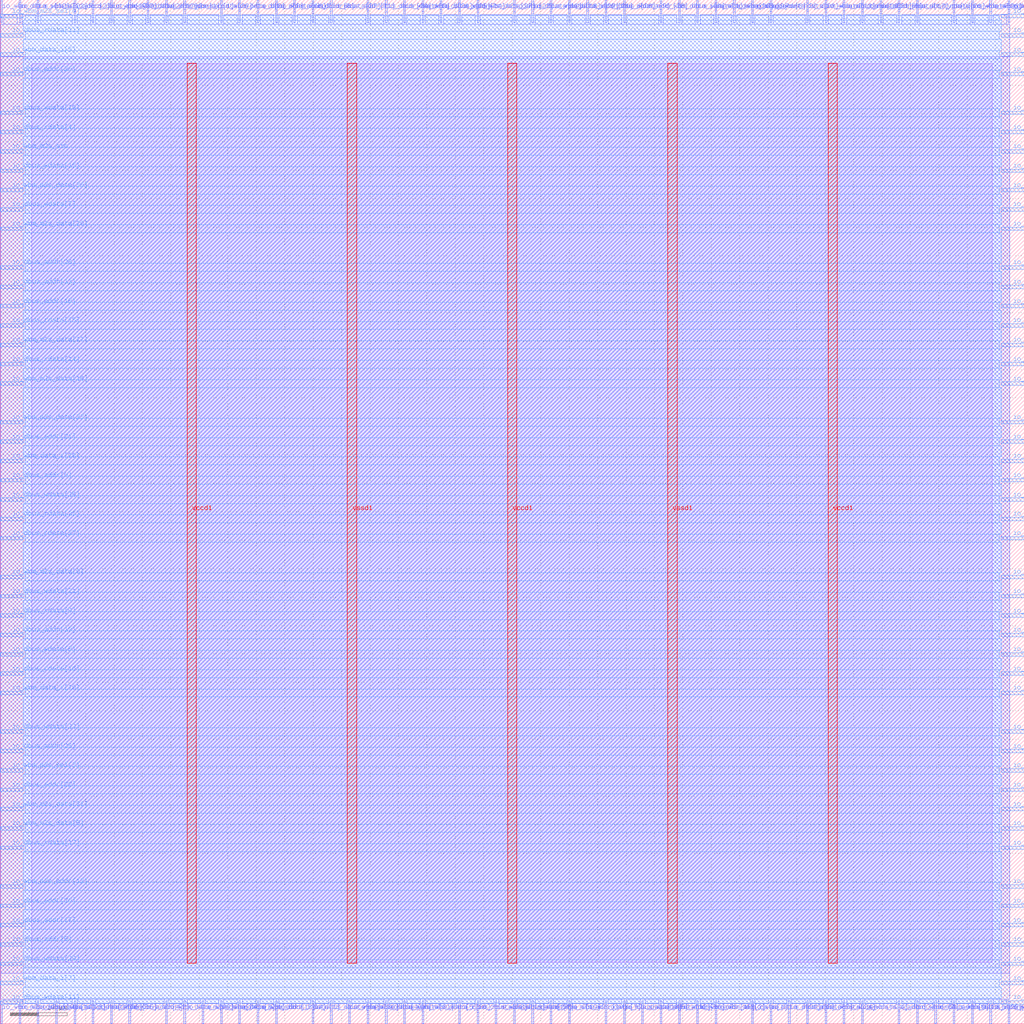
<source format=lef>
VERSION 5.7 ;
  NOWIREEXTENSIONATPIN ON ;
  DIVIDERCHAR "/" ;
  BUSBITCHARS "[]" ;
MACRO WBM_DBus
  CLASS BLOCK ;
  FOREIGN WBM_DBus ;
  ORIGIN 0.000 0.000 ;
  SIZE 180.000 BY 180.000 ;
  PIN io_dbus_addr[0]
    DIRECTION INPUT ;
    USE SIGNAL ;
    PORT
      LAYER met3 ;
        RECT 0.000 95.240 4.000 95.840 ;
    END
  END io_dbus_addr[0]
  PIN io_dbus_addr[10]
    DIRECTION INPUT ;
    USE SIGNAL ;
    PORT
      LAYER met2 ;
        RECT 116.010 0.000 116.290 4.000 ;
    END
  END io_dbus_addr[10]
  PIN io_dbus_addr[11]
    DIRECTION INPUT ;
    USE SIGNAL ;
    PORT
      LAYER met2 ;
        RECT 58.050 176.000 58.330 180.000 ;
    END
  END io_dbus_addr[11]
  PIN io_dbus_addr[12]
    DIRECTION INPUT ;
    USE SIGNAL ;
    PORT
      LAYER met3 ;
        RECT 176.000 23.840 180.000 24.440 ;
    END
  END io_dbus_addr[12]
  PIN io_dbus_addr[13]
    DIRECTION INPUT ;
    USE SIGNAL ;
    PORT
      LAYER met3 ;
        RECT 0.000 129.240 4.000 129.840 ;
    END
  END io_dbus_addr[13]
  PIN io_dbus_addr[14]
    DIRECTION INPUT ;
    USE SIGNAL ;
    PORT
      LAYER met2 ;
        RECT 77.370 176.000 77.650 180.000 ;
    END
  END io_dbus_addr[14]
  PIN io_dbus_addr[15]
    DIRECTION INPUT ;
    USE SIGNAL ;
    PORT
      LAYER met2 ;
        RECT 16.190 0.000 16.470 4.000 ;
    END
  END io_dbus_addr[15]
  PIN io_dbus_addr[16]
    DIRECTION INPUT ;
    USE SIGNAL ;
    PORT
      LAYER met3 ;
        RECT 176.000 51.040 180.000 51.640 ;
    END
  END io_dbus_addr[16]
  PIN io_dbus_addr[17]
    DIRECTION INPUT ;
    USE SIGNAL ;
    PORT
      LAYER met3 ;
        RECT 0.000 17.040 4.000 17.640 ;
    END
  END io_dbus_addr[17]
  PIN io_dbus_addr[18]
    DIRECTION INPUT ;
    USE SIGNAL ;
    PORT
      LAYER met3 ;
        RECT 0.000 125.840 4.000 126.440 ;
    END
  END io_dbus_addr[18]
  PIN io_dbus_addr[19]
    DIRECTION INPUT ;
    USE SIGNAL ;
    PORT
      LAYER met3 ;
        RECT 0.000 68.040 4.000 68.640 ;
    END
  END io_dbus_addr[19]
  PIN io_dbus_addr[1]
    DIRECTION INPUT ;
    USE SIGNAL ;
    PORT
      LAYER met3 ;
        RECT 176.000 132.640 180.000 133.240 ;
    END
  END io_dbus_addr[1]
  PIN io_dbus_addr[20]
    DIRECTION INPUT ;
    USE SIGNAL ;
    PORT
      LAYER met3 ;
        RECT 0.000 166.640 4.000 167.240 ;
    END
  END io_dbus_addr[20]
  PIN io_dbus_addr[21]
    DIRECTION INPUT ;
    USE SIGNAL ;
    PORT
      LAYER met3 ;
        RECT 0.000 102.040 4.000 102.640 ;
    END
  END io_dbus_addr[21]
  PIN io_dbus_addr[22]
    DIRECTION INPUT ;
    USE SIGNAL ;
    PORT
      LAYER met3 ;
        RECT 0.000 40.840 4.000 41.440 ;
    END
  END io_dbus_addr[22]
  PIN io_dbus_addr[23]
    DIRECTION INPUT ;
    USE SIGNAL ;
    PORT
      LAYER met3 ;
        RECT 176.000 17.040 180.000 17.640 ;
    END
  END io_dbus_addr[23]
  PIN io_dbus_addr[24]
    DIRECTION INPUT ;
    USE SIGNAL ;
    PORT
      LAYER met2 ;
        RECT 64.490 176.000 64.770 180.000 ;
    END
  END io_dbus_addr[24]
  PIN io_dbus_addr[25]
    DIRECTION INPUT ;
    USE SIGNAL ;
    PORT
      LAYER met3 ;
        RECT 0.000 47.640 4.000 48.240 ;
    END
  END io_dbus_addr[25]
  PIN io_dbus_addr[26]
    DIRECTION INPUT ;
    USE SIGNAL ;
    PORT
      LAYER met3 ;
        RECT 0.000 132.640 4.000 133.240 ;
    END
  END io_dbus_addr[26]
  PIN io_dbus_addr[27]
    DIRECTION INPUT ;
    USE SIGNAL ;
    PORT
      LAYER met2 ;
        RECT 16.190 176.000 16.470 180.000 ;
    END
  END io_dbus_addr[27]
  PIN io_dbus_addr[28]
    DIRECTION INPUT ;
    USE SIGNAL ;
    PORT
      LAYER met2 ;
        RECT 109.570 176.000 109.850 180.000 ;
    END
  END io_dbus_addr[28]
  PIN io_dbus_addr[29]
    DIRECTION INPUT ;
    USE SIGNAL ;
    PORT
      LAYER met2 ;
        RECT 170.750 0.000 171.030 4.000 ;
    END
  END io_dbus_addr[29]
  PIN io_dbus_addr[2]
    DIRECTION INPUT ;
    USE SIGNAL ;
    PORT
      LAYER met2 ;
        RECT 22.630 0.000 22.910 4.000 ;
    END
  END io_dbus_addr[2]
  PIN io_dbus_addr[30]
    DIRECTION INPUT ;
    USE SIGNAL ;
    PORT
      LAYER met3 ;
        RECT 0.000 20.440 4.000 21.040 ;
    END
  END io_dbus_addr[30]
  PIN io_dbus_addr[31]
    DIRECTION INPUT ;
    USE SIGNAL ;
    PORT
      LAYER met2 ;
        RECT 99.910 176.000 100.190 180.000 ;
    END
  END io_dbus_addr[31]
  PIN io_dbus_addr[3]
    DIRECTION INPUT ;
    USE SIGNAL ;
    PORT
      LAYER met3 ;
        RECT 176.000 129.240 180.000 129.840 ;
    END
  END io_dbus_addr[3]
  PIN io_dbus_addr[4]
    DIRECTION INPUT ;
    USE SIGNAL ;
    PORT
      LAYER met2 ;
        RECT 157.870 0.000 158.150 4.000 ;
    END
  END io_dbus_addr[4]
  PIN io_dbus_addr[5]
    DIRECTION INPUT ;
    USE SIGNAL ;
    PORT
      LAYER met3 ;
        RECT 0.000 13.640 4.000 14.240 ;
    END
  END io_dbus_addr[5]
  PIN io_dbus_addr[6]
    DIRECTION INPUT ;
    USE SIGNAL ;
    PORT
      LAYER met3 ;
        RECT 176.000 156.440 180.000 157.040 ;
    END
  END io_dbus_addr[6]
  PIN io_dbus_addr[7]
    DIRECTION INPUT ;
    USE SIGNAL ;
    PORT
      LAYER met2 ;
        RECT 90.250 0.000 90.530 4.000 ;
    END
  END io_dbus_addr[7]
  PIN io_dbus_addr[8]
    DIRECTION INPUT ;
    USE SIGNAL ;
    PORT
      LAYER met2 ;
        RECT 51.610 176.000 51.890 180.000 ;
    END
  END io_dbus_addr[8]
  PIN io_dbus_addr[9]
    DIRECTION INPUT ;
    USE SIGNAL ;
    PORT
      LAYER met2 ;
        RECT 151.430 176.000 151.710 180.000 ;
    END
  END io_dbus_addr[9]
  PIN io_dbus_ld_type[0]
    DIRECTION INPUT ;
    USE SIGNAL ;
    PORT
      LAYER met3 ;
        RECT 176.000 119.040 180.000 119.640 ;
    END
  END io_dbus_ld_type[0]
  PIN io_dbus_ld_type[1]
    DIRECTION INPUT ;
    USE SIGNAL ;
    PORT
      LAYER met3 ;
        RECT 176.000 173.440 180.000 174.040 ;
    END
  END io_dbus_ld_type[1]
  PIN io_dbus_ld_type[2]
    DIRECTION INPUT ;
    USE SIGNAL ;
    PORT
      LAYER met2 ;
        RECT 12.970 176.000 13.250 180.000 ;
    END
  END io_dbus_ld_type[2]
  PIN io_dbus_rd_en
    DIRECTION INPUT ;
    USE SIGNAL ;
    PORT
      LAYER met3 ;
        RECT 176.000 91.840 180.000 92.440 ;
    END
  END io_dbus_rd_en
  PIN io_dbus_rdata[0]
    DIRECTION OUTPUT TRISTATE ;
    USE SIGNAL ;
    PORT
      LAYER met3 ;
        RECT 176.000 159.840 180.000 160.440 ;
    END
  END io_dbus_rdata[0]
  PIN io_dbus_rdata[10]
    DIRECTION OUTPUT TRISTATE ;
    USE SIGNAL ;
    PORT
      LAYER met3 ;
        RECT 176.000 57.840 180.000 58.440 ;
    END
  END io_dbus_rdata[10]
  PIN io_dbus_rdata[11]
    DIRECTION OUTPUT TRISTATE ;
    USE SIGNAL ;
    PORT
      LAYER met3 ;
        RECT 0.000 173.440 4.000 174.040 ;
    END
  END io_dbus_rdata[11]
  PIN io_dbus_rdata[12]
    DIRECTION OUTPUT TRISTATE ;
    USE SIGNAL ;
    PORT
      LAYER met2 ;
        RECT 112.790 0.000 113.070 4.000 ;
    END
  END io_dbus_rdata[12]
  PIN io_dbus_rdata[13]
    DIRECTION OUTPUT TRISTATE ;
    USE SIGNAL ;
    PORT
      LAYER met2 ;
        RECT 90.250 176.000 90.530 180.000 ;
    END
  END io_dbus_rdata[13]
  PIN io_dbus_rdata[14]
    DIRECTION OUTPUT TRISTATE ;
    USE SIGNAL ;
    PORT
      LAYER met3 ;
        RECT 0.000 115.640 4.000 116.240 ;
    END
  END io_dbus_rdata[14]
  PIN io_dbus_rdata[15]
    DIRECTION OUTPUT TRISTATE ;
    USE SIGNAL ;
    PORT
      LAYER met3 ;
        RECT 0.000 122.440 4.000 123.040 ;
    END
  END io_dbus_rdata[15]
  PIN io_dbus_rdata[16]
    DIRECTION OUTPUT TRISTATE ;
    USE SIGNAL ;
    PORT
      LAYER met3 ;
        RECT 0.000 61.240 4.000 61.840 ;
    END
  END io_dbus_rdata[16]
  PIN io_dbus_rdata[17]
    DIRECTION OUTPUT TRISTATE ;
    USE SIGNAL ;
    PORT
      LAYER met3 ;
        RECT 0.000 30.640 4.000 31.240 ;
    END
  END io_dbus_rdata[17]
  PIN io_dbus_rdata[18]
    DIRECTION OUTPUT TRISTATE ;
    USE SIGNAL ;
    PORT
      LAYER met2 ;
        RECT 93.470 176.000 93.750 180.000 ;
    END
  END io_dbus_rdata[18]
  PIN io_dbus_rdata[19]
    DIRECTION OUTPUT TRISTATE ;
    USE SIGNAL ;
    PORT
      LAYER met3 ;
        RECT 176.000 170.040 180.000 170.640 ;
    END
  END io_dbus_rdata[19]
  PIN io_dbus_rdata[1]
    DIRECTION OUTPUT TRISTATE ;
    USE SIGNAL ;
    PORT
      LAYER met2 ;
        RECT 48.390 0.000 48.670 4.000 ;
    END
  END io_dbus_rdata[1]
  PIN io_dbus_rdata[20]
    DIRECTION OUTPUT TRISTATE ;
    USE SIGNAL ;
    PORT
      LAYER met2 ;
        RECT 161.090 176.000 161.370 180.000 ;
    END
  END io_dbus_rdata[20]
  PIN io_dbus_rdata[21]
    DIRECTION OUTPUT TRISTATE ;
    USE SIGNAL ;
    PORT
      LAYER met2 ;
        RECT 148.210 176.000 148.490 180.000 ;
    END
  END io_dbus_rdata[21]
  PIN io_dbus_rdata[22]
    DIRECTION OUTPUT TRISTATE ;
    USE SIGNAL ;
    PORT
      LAYER met2 ;
        RECT 135.330 176.000 135.610 180.000 ;
    END
  END io_dbus_rdata[22]
  PIN io_dbus_rdata[23]
    DIRECTION OUTPUT TRISTATE ;
    USE SIGNAL ;
    PORT
      LAYER met2 ;
        RECT 80.590 0.000 80.870 4.000 ;
    END
  END io_dbus_rdata[23]
  PIN io_dbus_rdata[24]
    DIRECTION OUTPUT TRISTATE ;
    USE SIGNAL ;
    PORT
      LAYER met3 ;
        RECT 176.000 74.840 180.000 75.440 ;
    END
  END io_dbus_rdata[24]
  PIN io_dbus_rdata[25]
    DIRECTION OUTPUT TRISTATE ;
    USE SIGNAL ;
    PORT
      LAYER met3 ;
        RECT 0.000 88.440 4.000 89.040 ;
    END
  END io_dbus_rdata[25]
  PIN io_dbus_rdata[26]
    DIRECTION OUTPUT TRISTATE ;
    USE SIGNAL ;
    PORT
      LAYER met2 ;
        RECT 12.970 0.000 13.250 4.000 ;
    END
  END io_dbus_rdata[26]
  PIN io_dbus_rdata[27]
    DIRECTION OUTPUT TRISTATE ;
    USE SIGNAL ;
    PORT
      LAYER met3 ;
        RECT 0.000 85.040 4.000 85.640 ;
    END
  END io_dbus_rdata[27]
  PIN io_dbus_rdata[28]
    DIRECTION OUTPUT TRISTATE ;
    USE SIGNAL ;
    PORT
      LAYER met2 ;
        RECT 164.310 0.000 164.590 4.000 ;
    END
  END io_dbus_rdata[28]
  PIN io_dbus_rdata[29]
    DIRECTION OUTPUT TRISTATE ;
    USE SIGNAL ;
    PORT
      LAYER met2 ;
        RECT 32.290 176.000 32.570 180.000 ;
    END
  END io_dbus_rdata[29]
  PIN io_dbus_rdata[2]
    DIRECTION OUTPUT TRISTATE ;
    USE SIGNAL ;
    PORT
      LAYER met2 ;
        RECT 67.710 176.000 67.990 180.000 ;
    END
  END io_dbus_rdata[2]
  PIN io_dbus_rdata[30]
    DIRECTION OUTPUT TRISTATE ;
    USE SIGNAL ;
    PORT
      LAYER met2 ;
        RECT 58.050 0.000 58.330 4.000 ;
    END
  END io_dbus_rdata[30]
  PIN io_dbus_rdata[31]
    DIRECTION OUTPUT TRISTATE ;
    USE SIGNAL ;
    PORT
      LAYER met3 ;
        RECT 176.000 139.440 180.000 140.040 ;
    END
  END io_dbus_rdata[31]
  PIN io_dbus_rdata[3]
    DIRECTION OUTPUT TRISTATE ;
    USE SIGNAL ;
    PORT
      LAYER met2 ;
        RECT 135.330 0.000 135.610 4.000 ;
    END
  END io_dbus_rdata[3]
  PIN io_dbus_rdata[4]
    DIRECTION OUTPUT TRISTATE ;
    USE SIGNAL ;
    PORT
      LAYER met3 ;
        RECT 0.000 156.440 4.000 157.040 ;
    END
  END io_dbus_rdata[4]
  PIN io_dbus_rdata[5]
    DIRECTION OUTPUT TRISTATE ;
    USE SIGNAL ;
    PORT
      LAYER met3 ;
        RECT 176.000 44.240 180.000 44.840 ;
    END
  END io_dbus_rdata[5]
  PIN io_dbus_rdata[6]
    DIRECTION OUTPUT TRISTATE ;
    USE SIGNAL ;
    PORT
      LAYER met3 ;
        RECT 176.000 88.440 180.000 89.040 ;
    END
  END io_dbus_rdata[6]
  PIN io_dbus_rdata[7]
    DIRECTION OUTPUT TRISTATE ;
    USE SIGNAL ;
    PORT
      LAYER met2 ;
        RECT 138.550 0.000 138.830 4.000 ;
    END
  END io_dbus_rdata[7]
  PIN io_dbus_rdata[8]
    DIRECTION OUTPUT TRISTATE ;
    USE SIGNAL ;
    PORT
      LAYER met3 ;
        RECT 176.000 20.440 180.000 21.040 ;
    END
  END io_dbus_rdata[8]
  PIN io_dbus_rdata[9]
    DIRECTION OUTPUT TRISTATE ;
    USE SIGNAL ;
    PORT
      LAYER met3 ;
        RECT 0.000 71.440 4.000 72.040 ;
    END
  END io_dbus_rdata[9]
  PIN io_dbus_st_type[0]
    DIRECTION INPUT ;
    USE SIGNAL ;
    PORT
      LAYER met2 ;
        RECT 157.870 176.000 158.150 180.000 ;
    END
  END io_dbus_st_type[0]
  PIN io_dbus_st_type[1]
    DIRECTION INPUT ;
    USE SIGNAL ;
    PORT
      LAYER met2 ;
        RECT 25.850 176.000 26.130 180.000 ;
    END
  END io_dbus_st_type[1]
  PIN io_dbus_valid
    DIRECTION OUTPUT TRISTATE ;
    USE SIGNAL ;
    PORT
      LAYER met2 ;
        RECT 48.390 176.000 48.670 180.000 ;
    END
  END io_dbus_valid
  PIN io_dbus_wdata[0]
    DIRECTION INPUT ;
    USE SIGNAL ;
    PORT
      LAYER met3 ;
        RECT 176.000 40.840 180.000 41.440 ;
    END
  END io_dbus_wdata[0]
  PIN io_dbus_wdata[10]
    DIRECTION INPUT ;
    USE SIGNAL ;
    PORT
      LAYER met2 ;
        RECT 83.810 0.000 84.090 4.000 ;
    END
  END io_dbus_wdata[10]
  PIN io_dbus_wdata[11]
    DIRECTION INPUT ;
    USE SIGNAL ;
    PORT
      LAYER met3 ;
        RECT 0.000 3.440 4.000 4.040 ;
    END
  END io_dbus_wdata[11]
  PIN io_dbus_wdata[12]
    DIRECTION INPUT ;
    USE SIGNAL ;
    PORT
      LAYER met2 ;
        RECT 141.770 176.000 142.050 180.000 ;
    END
  END io_dbus_wdata[12]
  PIN io_dbus_wdata[13]
    DIRECTION INPUT ;
    USE SIGNAL ;
    PORT
      LAYER met3 ;
        RECT 176.000 146.240 180.000 146.840 ;
    END
  END io_dbus_wdata[13]
  PIN io_dbus_wdata[14]
    DIRECTION INPUT ;
    USE SIGNAL ;
    PORT
      LAYER met2 ;
        RECT 54.830 0.000 55.110 4.000 ;
    END
  END io_dbus_wdata[14]
  PIN io_dbus_wdata[15]
    DIRECTION INPUT ;
    USE SIGNAL ;
    PORT
      LAYER met3 ;
        RECT 0.000 149.640 4.000 150.240 ;
    END
  END io_dbus_wdata[15]
  PIN io_dbus_wdata[16]
    DIRECTION INPUT ;
    USE SIGNAL ;
    PORT
      LAYER met2 ;
        RECT 45.170 176.000 45.450 180.000 ;
    END
  END io_dbus_wdata[16]
  PIN io_dbus_wdata[17]
    DIRECTION INPUT ;
    USE SIGNAL ;
    PORT
      LAYER met2 ;
        RECT 154.650 176.000 154.930 180.000 ;
    END
  END io_dbus_wdata[17]
  PIN io_dbus_wdata[18]
    DIRECTION INPUT ;
    USE SIGNAL ;
    PORT
      LAYER met3 ;
        RECT 176.000 95.240 180.000 95.840 ;
    END
  END io_dbus_wdata[18]
  PIN io_dbus_wdata[19]
    DIRECTION INPUT ;
    USE SIGNAL ;
    PORT
      LAYER met3 ;
        RECT 0.000 159.840 4.000 160.440 ;
    END
  END io_dbus_wdata[19]
  PIN io_dbus_wdata[1]
    DIRECTION INPUT ;
    USE SIGNAL ;
    PORT
      LAYER met2 ;
        RECT 119.230 176.000 119.510 180.000 ;
    END
  END io_dbus_wdata[1]
  PIN io_dbus_wdata[20]
    DIRECTION INPUT ;
    USE SIGNAL ;
    PORT
      LAYER met3 ;
        RECT 176.000 105.440 180.000 106.040 ;
    END
  END io_dbus_wdata[20]
  PIN io_dbus_wdata[21]
    DIRECTION INPUT ;
    USE SIGNAL ;
    PORT
      LAYER met3 ;
        RECT 0.000 74.840 4.000 75.440 ;
    END
  END io_dbus_wdata[21]
  PIN io_dbus_wdata[22]
    DIRECTION INPUT ;
    USE SIGNAL ;
    PORT
      LAYER met2 ;
        RECT 3.310 176.000 3.590 180.000 ;
    END
  END io_dbus_wdata[22]
  PIN io_dbus_wdata[23]
    DIRECTION INPUT ;
    USE SIGNAL ;
    PORT
      LAYER met3 ;
        RECT 0.000 51.040 4.000 51.640 ;
    END
  END io_dbus_wdata[23]
  PIN io_dbus_wdata[24]
    DIRECTION INPUT ;
    USE SIGNAL ;
    PORT
      LAYER met2 ;
        RECT 141.770 0.000 142.050 4.000 ;
    END
  END io_dbus_wdata[24]
  PIN io_dbus_wdata[25]
    DIRECTION INPUT ;
    USE SIGNAL ;
    PORT
      LAYER met3 ;
        RECT 0.000 91.840 4.000 92.440 ;
    END
  END io_dbus_wdata[25]
  PIN io_dbus_wdata[26]
    DIRECTION INPUT ;
    USE SIGNAL ;
    PORT
      LAYER met2 ;
        RECT 167.530 176.000 167.810 180.000 ;
    END
  END io_dbus_wdata[26]
  PIN io_dbus_wdata[27]
    DIRECTION INPUT ;
    USE SIGNAL ;
    PORT
      LAYER met2 ;
        RECT 54.830 176.000 55.110 180.000 ;
    END
  END io_dbus_wdata[27]
  PIN io_dbus_wdata[28]
    DIRECTION INPUT ;
    USE SIGNAL ;
    PORT
      LAYER met2 ;
        RECT 6.530 0.000 6.810 4.000 ;
    END
  END io_dbus_wdata[28]
  PIN io_dbus_wdata[29]
    DIRECTION INPUT ;
    USE SIGNAL ;
    PORT
      LAYER met3 ;
        RECT 0.000 10.240 4.000 10.840 ;
    END
  END io_dbus_wdata[29]
  PIN io_dbus_wdata[2]
    DIRECTION INPUT ;
    USE SIGNAL ;
    PORT
      LAYER met2 ;
        RECT 132.110 176.000 132.390 180.000 ;
    END
  END io_dbus_wdata[2]
  PIN io_dbus_wdata[30]
    DIRECTION INPUT ;
    USE SIGNAL ;
    PORT
      LAYER met3 ;
        RECT 176.000 6.840 180.000 7.440 ;
    END
  END io_dbus_wdata[30]
  PIN io_dbus_wdata[31]
    DIRECTION INPUT ;
    USE SIGNAL ;
    PORT
      LAYER met2 ;
        RECT 67.710 0.000 67.990 4.000 ;
    END
  END io_dbus_wdata[31]
  PIN io_dbus_wdata[3]
    DIRECTION INPUT ;
    USE SIGNAL ;
    PORT
      LAYER met3 ;
        RECT 176.000 3.440 180.000 4.040 ;
    END
  END io_dbus_wdata[3]
  PIN io_dbus_wdata[4]
    DIRECTION INPUT ;
    USE SIGNAL ;
    PORT
      LAYER met2 ;
        RECT 148.210 0.000 148.490 4.000 ;
    END
  END io_dbus_wdata[4]
  PIN io_dbus_wdata[5]
    DIRECTION INPUT ;
    USE SIGNAL ;
    PORT
      LAYER met2 ;
        RECT 109.570 0.000 109.850 4.000 ;
    END
  END io_dbus_wdata[5]
  PIN io_dbus_wdata[6]
    DIRECTION INPUT ;
    USE SIGNAL ;
    PORT
      LAYER met3 ;
        RECT 176.000 98.640 180.000 99.240 ;
    END
  END io_dbus_wdata[6]
  PIN io_dbus_wdata[7]
    DIRECTION INPUT ;
    USE SIGNAL ;
    PORT
      LAYER met3 ;
        RECT 0.000 142.840 4.000 143.440 ;
    END
  END io_dbus_wdata[7]
  PIN io_dbus_wdata[8]
    DIRECTION INPUT ;
    USE SIGNAL ;
    PORT
      LAYER met3 ;
        RECT 0.000 64.640 4.000 65.240 ;
    END
  END io_dbus_wdata[8]
  PIN io_dbus_wdata[9]
    DIRECTION INPUT ;
    USE SIGNAL ;
    PORT
      LAYER met2 ;
        RECT 106.350 176.000 106.630 180.000 ;
    END
  END io_dbus_wdata[9]
  PIN io_dbus_wr_en
    DIRECTION INPUT ;
    USE SIGNAL ;
    PORT
      LAYER met2 ;
        RECT 144.990 0.000 145.270 4.000 ;
    END
  END io_dbus_wr_en
  PIN io_wbm_ack_i
    DIRECTION INPUT ;
    USE SIGNAL ;
    PORT
      LAYER met3 ;
        RECT 176.000 176.840 180.000 177.440 ;
    END
  END io_wbm_ack_i
  PIN io_wbm_data_i[0]
    DIRECTION INPUT ;
    USE SIGNAL ;
    PORT
      LAYER met2 ;
        RECT 64.490 0.000 64.770 4.000 ;
    END
  END io_wbm_data_i[0]
  PIN io_wbm_data_i[10]
    DIRECTION INPUT ;
    USE SIGNAL ;
    PORT
      LAYER met3 ;
        RECT 0.000 57.840 4.000 58.440 ;
    END
  END io_wbm_data_i[10]
  PIN io_wbm_data_i[11]
    DIRECTION INPUT ;
    USE SIGNAL ;
    PORT
      LAYER met3 ;
        RECT 176.000 153.040 180.000 153.640 ;
    END
  END io_wbm_data_i[11]
  PIN io_wbm_data_i[12]
    DIRECTION INPUT ;
    USE SIGNAL ;
    PORT
      LAYER met2 ;
        RECT 0.090 176.000 0.370 180.000 ;
    END
  END io_wbm_data_i[12]
  PIN io_wbm_data_i[13]
    DIRECTION INPUT ;
    USE SIGNAL ;
    PORT
      LAYER met3 ;
        RECT 176.000 68.040 180.000 68.640 ;
    END
  END io_wbm_data_i[13]
  PIN io_wbm_data_i[14]
    DIRECTION INPUT ;
    USE SIGNAL ;
    PORT
      LAYER met2 ;
        RECT 45.170 0.000 45.450 4.000 ;
    END
  END io_wbm_data_i[14]
  PIN io_wbm_data_i[15]
    DIRECTION INPUT ;
    USE SIGNAL ;
    PORT
      LAYER met3 ;
        RECT 176.000 102.040 180.000 102.640 ;
    END
  END io_wbm_data_i[15]
  PIN io_wbm_data_i[16]
    DIRECTION INPUT ;
    USE SIGNAL ;
    PORT
      LAYER met2 ;
        RECT 177.190 0.000 177.470 4.000 ;
    END
  END io_wbm_data_i[16]
  PIN io_wbm_data_i[17]
    DIRECTION INPUT ;
    USE SIGNAL ;
    PORT
      LAYER met2 ;
        RECT 22.630 176.000 22.910 180.000 ;
    END
  END io_wbm_data_i[17]
  PIN io_wbm_data_i[18]
    DIRECTION INPUT ;
    USE SIGNAL ;
    PORT
      LAYER met3 ;
        RECT 176.000 112.240 180.000 112.840 ;
    END
  END io_wbm_data_i[18]
  PIN io_wbm_data_i[19]
    DIRECTION INPUT ;
    USE SIGNAL ;
    PORT
      LAYER met2 ;
        RECT 93.470 0.000 93.750 4.000 ;
    END
  END io_wbm_data_i[19]
  PIN io_wbm_data_i[1]
    DIRECTION INPUT ;
    USE SIGNAL ;
    PORT
      LAYER met2 ;
        RECT 38.730 0.000 39.010 4.000 ;
    END
  END io_wbm_data_i[1]
  PIN io_wbm_data_i[20]
    DIRECTION INPUT ;
    USE SIGNAL ;
    PORT
      LAYER met2 ;
        RECT 70.930 176.000 71.210 180.000 ;
    END
  END io_wbm_data_i[20]
  PIN io_wbm_data_i[21]
    DIRECTION INPUT ;
    USE SIGNAL ;
    PORT
      LAYER met2 ;
        RECT 132.110 0.000 132.390 4.000 ;
    END
  END io_wbm_data_i[21]
  PIN io_wbm_data_i[22]
    DIRECTION INPUT ;
    USE SIGNAL ;
    PORT
      LAYER met2 ;
        RECT 167.530 0.000 167.810 4.000 ;
    END
  END io_wbm_data_i[22]
  PIN io_wbm_data_i[23]
    DIRECTION INPUT ;
    USE SIGNAL ;
    PORT
      LAYER met2 ;
        RECT 173.970 176.000 174.250 180.000 ;
    END
  END io_wbm_data_i[23]
  PIN io_wbm_data_i[24]
    DIRECTION INPUT ;
    USE SIGNAL ;
    PORT
      LAYER met3 ;
        RECT 176.000 71.440 180.000 72.040 ;
    END
  END io_wbm_data_i[24]
  PIN io_wbm_data_i[25]
    DIRECTION INPUT ;
    USE SIGNAL ;
    PORT
      LAYER met2 ;
        RECT 74.150 176.000 74.430 180.000 ;
    END
  END io_wbm_data_i[25]
  PIN io_wbm_data_i[26]
    DIRECTION INPUT ;
    USE SIGNAL ;
    PORT
      LAYER met2 ;
        RECT 103.130 176.000 103.410 180.000 ;
    END
  END io_wbm_data_i[26]
  PIN io_wbm_data_i[27]
    DIRECTION INPUT ;
    USE SIGNAL ;
    PORT
      LAYER met2 ;
        RECT 96.690 176.000 96.970 180.000 ;
    END
  END io_wbm_data_i[27]
  PIN io_wbm_data_i[28]
    DIRECTION INPUT ;
    USE SIGNAL ;
    PORT
      LAYER met3 ;
        RECT 0.000 98.640 4.000 99.240 ;
    END
  END io_wbm_data_i[28]
  PIN io_wbm_data_i[29]
    DIRECTION INPUT ;
    USE SIGNAL ;
    PORT
      LAYER met2 ;
        RECT 29.070 0.000 29.350 4.000 ;
    END
  END io_wbm_data_i[29]
  PIN io_wbm_data_i[2]
    DIRECTION INPUT ;
    USE SIGNAL ;
    PORT
      LAYER met3 ;
        RECT 176.000 30.640 180.000 31.240 ;
    END
  END io_wbm_data_i[2]
  PIN io_wbm_data_i[30]
    DIRECTION INPUT ;
    USE SIGNAL ;
    PORT
      LAYER met2 ;
        RECT 74.150 0.000 74.430 4.000 ;
    END
  END io_wbm_data_i[30]
  PIN io_wbm_data_i[31]
    DIRECTION INPUT ;
    USE SIGNAL ;
    PORT
      LAYER met3 ;
        RECT 176.000 149.640 180.000 150.240 ;
    END
  END io_wbm_data_i[31]
  PIN io_wbm_data_i[3]
    DIRECTION INPUT ;
    USE SIGNAL ;
    PORT
      LAYER met2 ;
        RECT 38.730 176.000 39.010 180.000 ;
    END
  END io_wbm_data_i[3]
  PIN io_wbm_data_i[4]
    DIRECTION INPUT ;
    USE SIGNAL ;
    PORT
      LAYER met2 ;
        RECT 116.010 176.000 116.290 180.000 ;
    END
  END io_wbm_data_i[4]
  PIN io_wbm_data_i[5]
    DIRECTION INPUT ;
    USE SIGNAL ;
    PORT
      LAYER met3 ;
        RECT 0.000 170.040 4.000 170.640 ;
    END
  END io_wbm_data_i[5]
  PIN io_wbm_data_i[6]
    DIRECTION INPUT ;
    USE SIGNAL ;
    PORT
      LAYER met3 ;
        RECT 176.000 47.640 180.000 48.240 ;
    END
  END io_wbm_data_i[6]
  PIN io_wbm_data_i[7]
    DIRECTION INPUT ;
    USE SIGNAL ;
    PORT
      LAYER met3 ;
        RECT 0.000 6.840 4.000 7.440 ;
    END
  END io_wbm_data_i[7]
  PIN io_wbm_data_i[8]
    DIRECTION INPUT ;
    USE SIGNAL ;
    PORT
      LAYER met2 ;
        RECT 41.950 176.000 42.230 180.000 ;
    END
  END io_wbm_data_i[8]
  PIN io_wbm_data_i[9]
    DIRECTION INPUT ;
    USE SIGNAL ;
    PORT
      LAYER met3 ;
        RECT 176.000 78.240 180.000 78.840 ;
    END
  END io_wbm_data_i[9]
  PIN io_wbm_m2s_addr[0]
    DIRECTION OUTPUT TRISTATE ;
    USE SIGNAL ;
    PORT
      LAYER met3 ;
        RECT 176.000 10.240 180.000 10.840 ;
    END
  END io_wbm_m2s_addr[0]
  PIN io_wbm_m2s_addr[10]
    DIRECTION OUTPUT TRISTATE ;
    USE SIGNAL ;
    PORT
      LAYER met2 ;
        RECT 96.690 0.000 96.970 4.000 ;
    END
  END io_wbm_m2s_addr[10]
  PIN io_wbm_m2s_addr[11]
    DIRECTION OUTPUT TRISTATE ;
    USE SIGNAL ;
    PORT
      LAYER met3 ;
        RECT 176.000 142.840 180.000 143.440 ;
    END
  END io_wbm_m2s_addr[11]
  PIN io_wbm_m2s_addr[12]
    DIRECTION OUTPUT TRISTATE ;
    USE SIGNAL ;
    PORT
      LAYER met3 ;
        RECT 0.000 23.840 4.000 24.440 ;
    END
  END io_wbm_m2s_addr[12]
  PIN io_wbm_m2s_addr[13]
    DIRECTION OUTPUT TRISTATE ;
    USE SIGNAL ;
    PORT
      LAYER met2 ;
        RECT 41.950 0.000 42.230 4.000 ;
    END
  END io_wbm_m2s_addr[13]
  PIN io_wbm_m2s_addr[14]
    DIRECTION OUTPUT TRISTATE ;
    USE SIGNAL ;
    PORT
      LAYER met3 ;
        RECT 176.000 61.240 180.000 61.840 ;
    END
  END io_wbm_m2s_addr[14]
  PIN io_wbm_m2s_addr[15]
    DIRECTION OUTPUT TRISTATE ;
    USE SIGNAL ;
    PORT
      LAYER met2 ;
        RECT 119.230 0.000 119.510 4.000 ;
    END
  END io_wbm_m2s_addr[15]
  PIN io_wbm_m2s_addr[1]
    DIRECTION OUTPUT TRISTATE ;
    USE SIGNAL ;
    PORT
      LAYER met3 ;
        RECT 176.000 13.640 180.000 14.240 ;
    END
  END io_wbm_m2s_addr[1]
  PIN io_wbm_m2s_addr[2]
    DIRECTION OUTPUT TRISTATE ;
    USE SIGNAL ;
    PORT
      LAYER met2 ;
        RECT 6.530 176.000 6.810 180.000 ;
    END
  END io_wbm_m2s_addr[2]
  PIN io_wbm_m2s_addr[3]
    DIRECTION OUTPUT TRISTATE ;
    USE SIGNAL ;
    PORT
      LAYER met2 ;
        RECT 151.430 0.000 151.710 4.000 ;
    END
  END io_wbm_m2s_addr[3]
  PIN io_wbm_m2s_addr[4]
    DIRECTION OUTPUT TRISTATE ;
    USE SIGNAL ;
    PORT
      LAYER met2 ;
        RECT 19.410 0.000 19.690 4.000 ;
    END
  END io_wbm_m2s_addr[4]
  PIN io_wbm_m2s_addr[5]
    DIRECTION OUTPUT TRISTATE ;
    USE SIGNAL ;
    PORT
      LAYER met2 ;
        RECT 70.930 0.000 71.210 4.000 ;
    END
  END io_wbm_m2s_addr[5]
  PIN io_wbm_m2s_addr[6]
    DIRECTION OUTPUT TRISTATE ;
    USE SIGNAL ;
    PORT
      LAYER met3 ;
        RECT 176.000 37.440 180.000 38.040 ;
    END
  END io_wbm_m2s_addr[6]
  PIN io_wbm_m2s_addr[7]
    DIRECTION OUTPUT TRISTATE ;
    USE SIGNAL ;
    PORT
      LAYER met3 ;
        RECT 176.000 166.640 180.000 167.240 ;
    END
  END io_wbm_m2s_addr[7]
  PIN io_wbm_m2s_addr[8]
    DIRECTION OUTPUT TRISTATE ;
    USE SIGNAL ;
    PORT
      LAYER met3 ;
        RECT 176.000 115.640 180.000 116.240 ;
    END
  END io_wbm_m2s_addr[8]
  PIN io_wbm_m2s_addr[9]
    DIRECTION OUTPUT TRISTATE ;
    USE SIGNAL ;
    PORT
      LAYER met2 ;
        RECT 161.090 0.000 161.370 4.000 ;
    END
  END io_wbm_m2s_addr[9]
  PIN io_wbm_m2s_data[0]
    DIRECTION OUTPUT TRISTATE ;
    USE SIGNAL ;
    PORT
      LAYER met3 ;
        RECT 0.000 78.240 4.000 78.840 ;
    END
  END io_wbm_m2s_data[0]
  PIN io_wbm_m2s_data[10]
    DIRECTION OUTPUT TRISTATE ;
    USE SIGNAL ;
    PORT
      LAYER met3 ;
        RECT 176.000 64.640 180.000 65.240 ;
    END
  END io_wbm_m2s_data[10]
  PIN io_wbm_m2s_data[11]
    DIRECTION OUTPUT TRISTATE ;
    USE SIGNAL ;
    PORT
      LAYER met2 ;
        RECT 3.310 0.000 3.590 4.000 ;
    END
  END io_wbm_m2s_data[11]
  PIN io_wbm_m2s_data[12]
    DIRECTION OUTPUT TRISTATE ;
    USE SIGNAL ;
    PORT
      LAYER met3 ;
        RECT 176.000 125.840 180.000 126.440 ;
    END
  END io_wbm_m2s_data[12]
  PIN io_wbm_m2s_data[13]
    DIRECTION OUTPUT TRISTATE ;
    USE SIGNAL ;
    PORT
      LAYER met2 ;
        RECT 177.190 176.000 177.470 180.000 ;
    END
  END io_wbm_m2s_data[13]
  PIN io_wbm_m2s_data[14]
    DIRECTION OUTPUT TRISTATE ;
    USE SIGNAL ;
    PORT
      LAYER met2 ;
        RECT 173.970 0.000 174.250 4.000 ;
    END
  END io_wbm_m2s_data[14]
  PIN io_wbm_m2s_data[15]
    DIRECTION OUTPUT TRISTATE ;
    USE SIGNAL ;
    PORT
      LAYER met2 ;
        RECT 170.750 176.000 171.030 180.000 ;
    END
  END io_wbm_m2s_data[15]
  PIN io_wbm_m2s_data[16]
    DIRECTION OUTPUT TRISTATE ;
    USE SIGNAL ;
    PORT
      LAYER met3 ;
        RECT 0.000 112.240 4.000 112.840 ;
    END
  END io_wbm_m2s_data[16]
  PIN io_wbm_m2s_data[17]
    DIRECTION OUTPUT TRISTATE ;
    USE SIGNAL ;
    PORT
      LAYER met3 ;
        RECT 0.000 119.040 4.000 119.640 ;
    END
  END io_wbm_m2s_data[17]
  PIN io_wbm_m2s_data[18]
    DIRECTION OUTPUT TRISTATE ;
    USE SIGNAL ;
    PORT
      LAYER met2 ;
        RECT 106.350 0.000 106.630 4.000 ;
    END
  END io_wbm_m2s_data[18]
  PIN io_wbm_m2s_data[19]
    DIRECTION OUTPUT TRISTATE ;
    USE SIGNAL ;
    PORT
      LAYER met2 ;
        RECT 0.090 0.000 0.370 4.000 ;
    END
  END io_wbm_m2s_data[19]
  PIN io_wbm_m2s_data[1]
    DIRECTION OUTPUT TRISTATE ;
    USE SIGNAL ;
    PORT
      LAYER met2 ;
        RECT 125.670 0.000 125.950 4.000 ;
    END
  END io_wbm_m2s_data[1]
  PIN io_wbm_m2s_data[20]
    DIRECTION OUTPUT TRISTATE ;
    USE SIGNAL ;
    PORT
      LAYER met3 ;
        RECT 0.000 139.440 4.000 140.040 ;
    END
  END io_wbm_m2s_data[20]
  PIN io_wbm_m2s_data[21]
    DIRECTION OUTPUT TRISTATE ;
    USE SIGNAL ;
    PORT
      LAYER met2 ;
        RECT 19.410 176.000 19.690 180.000 ;
    END
  END io_wbm_m2s_data[21]
  PIN io_wbm_m2s_data[22]
    DIRECTION OUTPUT TRISTATE ;
    USE SIGNAL ;
    PORT
      LAYER met2 ;
        RECT 83.810 176.000 84.090 180.000 ;
    END
  END io_wbm_m2s_data[22]
  PIN io_wbm_m2s_data[23]
    DIRECTION OUTPUT TRISTATE ;
    USE SIGNAL ;
    PORT
      LAYER met3 ;
        RECT 0.000 105.440 4.000 106.040 ;
    END
  END io_wbm_m2s_data[23]
  PIN io_wbm_m2s_data[24]
    DIRECTION OUTPUT TRISTATE ;
    USE SIGNAL ;
    PORT
      LAYER met2 ;
        RECT 32.290 0.000 32.570 4.000 ;
    END
  END io_wbm_m2s_data[24]
  PIN io_wbm_m2s_data[25]
    DIRECTION OUTPUT TRISTATE ;
    USE SIGNAL ;
    PORT
      LAYER met2 ;
        RECT 9.750 0.000 10.030 4.000 ;
    END
  END io_wbm_m2s_data[25]
  PIN io_wbm_m2s_data[26]
    DIRECTION OUTPUT TRISTATE ;
    USE SIGNAL ;
    PORT
      LAYER met2 ;
        RECT 122.450 176.000 122.730 180.000 ;
    END
  END io_wbm_m2s_data[26]
  PIN io_wbm_m2s_data[27]
    DIRECTION OUTPUT TRISTATE ;
    USE SIGNAL ;
    PORT
      LAYER met2 ;
        RECT 80.590 176.000 80.870 180.000 ;
    END
  END io_wbm_m2s_data[27]
  PIN io_wbm_m2s_data[28]
    DIRECTION OUTPUT TRISTATE ;
    USE SIGNAL ;
    PORT
      LAYER met2 ;
        RECT 87.030 0.000 87.310 4.000 ;
    END
  END io_wbm_m2s_data[28]
  PIN io_wbm_m2s_data[29]
    DIRECTION OUTPUT TRISTATE ;
    USE SIGNAL ;
    PORT
      LAYER met2 ;
        RECT 144.990 176.000 145.270 180.000 ;
    END
  END io_wbm_m2s_data[29]
  PIN io_wbm_m2s_data[2]
    DIRECTION OUTPUT TRISTATE ;
    USE SIGNAL ;
    PORT
      LAYER met3 ;
        RECT 176.000 34.040 180.000 34.640 ;
    END
  END io_wbm_m2s_data[2]
  PIN io_wbm_m2s_data[30]
    DIRECTION OUTPUT TRISTATE ;
    USE SIGNAL ;
    PORT
      LAYER met3 ;
        RECT 0.000 146.240 4.000 146.840 ;
    END
  END io_wbm_m2s_data[30]
  PIN io_wbm_m2s_data[31]
    DIRECTION OUTPUT TRISTATE ;
    USE SIGNAL ;
    PORT
      LAYER met3 ;
        RECT 0.000 37.440 4.000 38.040 ;
    END
  END io_wbm_m2s_data[31]
  PIN io_wbm_m2s_data[3]
    DIRECTION OUTPUT TRISTATE ;
    USE SIGNAL ;
    PORT
      LAYER met2 ;
        RECT 35.510 0.000 35.790 4.000 ;
    END
  END io_wbm_m2s_data[3]
  PIN io_wbm_m2s_data[4]
    DIRECTION OUTPUT TRISTATE ;
    USE SIGNAL ;
    PORT
      LAYER met2 ;
        RECT 61.270 0.000 61.550 4.000 ;
    END
  END io_wbm_m2s_data[4]
  PIN io_wbm_m2s_data[5]
    DIRECTION OUTPUT TRISTATE ;
    USE SIGNAL ;
    PORT
      LAYER met3 ;
        RECT 0.000 34.040 4.000 34.640 ;
    END
  END io_wbm_m2s_data[5]
  PIN io_wbm_m2s_data[6]
    DIRECTION OUTPUT TRISTATE ;
    USE SIGNAL ;
    PORT
      LAYER met3 ;
        RECT 176.000 122.440 180.000 123.040 ;
    END
  END io_wbm_m2s_data[6]
  PIN io_wbm_m2s_data[7]
    DIRECTION OUTPUT TRISTATE ;
    USE SIGNAL ;
    PORT
      LAYER met2 ;
        RECT 99.910 0.000 100.190 4.000 ;
    END
  END io_wbm_m2s_data[7]
  PIN io_wbm_m2s_data[8]
    DIRECTION OUTPUT TRISTATE ;
    USE SIGNAL ;
    PORT
      LAYER met2 ;
        RECT 128.890 176.000 129.170 180.000 ;
    END
  END io_wbm_m2s_data[8]
  PIN io_wbm_m2s_data[9]
    DIRECTION OUTPUT TRISTATE ;
    USE SIGNAL ;
    PORT
      LAYER met2 ;
        RECT 125.670 176.000 125.950 180.000 ;
    END
  END io_wbm_m2s_data[9]
  PIN io_wbm_m2s_sel[0]
    DIRECTION OUTPUT TRISTATE ;
    USE SIGNAL ;
    PORT
      LAYER met3 ;
        RECT 0.000 176.840 4.000 177.440 ;
    END
  END io_wbm_m2s_sel[0]
  PIN io_wbm_m2s_sel[1]
    DIRECTION OUTPUT TRISTATE ;
    USE SIGNAL ;
    PORT
      LAYER met2 ;
        RECT 29.070 176.000 29.350 180.000 ;
    END
  END io_wbm_m2s_sel[1]
  PIN io_wbm_m2s_sel[2]
    DIRECTION OUTPUT TRISTATE ;
    USE SIGNAL ;
    PORT
      LAYER met2 ;
        RECT 122.450 0.000 122.730 4.000 ;
    END
  END io_wbm_m2s_sel[2]
  PIN io_wbm_m2s_sel[3]
    DIRECTION OUTPUT TRISTATE ;
    USE SIGNAL ;
    PORT
      LAYER met3 ;
        RECT 0.000 44.240 4.000 44.840 ;
    END
  END io_wbm_m2s_sel[3]
  PIN io_wbm_m2s_stb
    DIRECTION OUTPUT TRISTATE ;
    USE SIGNAL ;
    PORT
      LAYER met3 ;
        RECT 0.000 153.040 4.000 153.640 ;
    END
  END io_wbm_m2s_stb
  PIN io_wbm_m2s_we
    DIRECTION OUTPUT TRISTATE ;
    USE SIGNAL ;
    PORT
      LAYER met3 ;
        RECT 176.000 85.040 180.000 85.640 ;
    END
  END io_wbm_m2s_we
  PIN vccd1
    DIRECTION INPUT ;
    USE POWER ;
    PORT
      LAYER met4 ;
        RECT 32.880 10.640 34.480 168.880 ;
    END
    PORT
      LAYER met4 ;
        RECT 89.200 10.640 90.800 168.880 ;
    END
    PORT
      LAYER met4 ;
        RECT 145.520 10.640 147.120 168.880 ;
    END
  END vccd1
  PIN vssd1
    DIRECTION INPUT ;
    USE GROUND ;
    PORT
      LAYER met4 ;
        RECT 61.040 10.640 62.640 168.880 ;
    END
    PORT
      LAYER met4 ;
        RECT 117.360 10.640 118.960 168.880 ;
    END
  END vssd1
  OBS
      LAYER li1 ;
        RECT 5.520 10.795 174.340 168.725 ;
      LAYER met1 ;
        RECT 0.070 8.880 177.490 169.960 ;
      LAYER met2 ;
        RECT 0.650 175.720 3.030 177.325 ;
        RECT 3.870 175.720 6.250 177.325 ;
        RECT 7.090 175.720 12.690 177.325 ;
        RECT 13.530 175.720 15.910 177.325 ;
        RECT 16.750 175.720 19.130 177.325 ;
        RECT 19.970 175.720 22.350 177.325 ;
        RECT 23.190 175.720 25.570 177.325 ;
        RECT 26.410 175.720 28.790 177.325 ;
        RECT 29.630 175.720 32.010 177.325 ;
        RECT 32.850 175.720 38.450 177.325 ;
        RECT 39.290 175.720 41.670 177.325 ;
        RECT 42.510 175.720 44.890 177.325 ;
        RECT 45.730 175.720 48.110 177.325 ;
        RECT 48.950 175.720 51.330 177.325 ;
        RECT 52.170 175.720 54.550 177.325 ;
        RECT 55.390 175.720 57.770 177.325 ;
        RECT 58.610 175.720 64.210 177.325 ;
        RECT 65.050 175.720 67.430 177.325 ;
        RECT 68.270 175.720 70.650 177.325 ;
        RECT 71.490 175.720 73.870 177.325 ;
        RECT 74.710 175.720 77.090 177.325 ;
        RECT 77.930 175.720 80.310 177.325 ;
        RECT 81.150 175.720 83.530 177.325 ;
        RECT 84.370 175.720 89.970 177.325 ;
        RECT 90.810 175.720 93.190 177.325 ;
        RECT 94.030 175.720 96.410 177.325 ;
        RECT 97.250 175.720 99.630 177.325 ;
        RECT 100.470 175.720 102.850 177.325 ;
        RECT 103.690 175.720 106.070 177.325 ;
        RECT 106.910 175.720 109.290 177.325 ;
        RECT 110.130 175.720 115.730 177.325 ;
        RECT 116.570 175.720 118.950 177.325 ;
        RECT 119.790 175.720 122.170 177.325 ;
        RECT 123.010 175.720 125.390 177.325 ;
        RECT 126.230 175.720 128.610 177.325 ;
        RECT 129.450 175.720 131.830 177.325 ;
        RECT 132.670 175.720 135.050 177.325 ;
        RECT 135.890 175.720 141.490 177.325 ;
        RECT 142.330 175.720 144.710 177.325 ;
        RECT 145.550 175.720 147.930 177.325 ;
        RECT 148.770 175.720 151.150 177.325 ;
        RECT 151.990 175.720 154.370 177.325 ;
        RECT 155.210 175.720 157.590 177.325 ;
        RECT 158.430 175.720 160.810 177.325 ;
        RECT 161.650 175.720 167.250 177.325 ;
        RECT 168.090 175.720 170.470 177.325 ;
        RECT 171.310 175.720 173.690 177.325 ;
        RECT 174.530 175.720 176.910 177.325 ;
        RECT 0.100 4.280 177.460 175.720 ;
        RECT 0.650 3.555 3.030 4.280 ;
        RECT 3.870 3.555 6.250 4.280 ;
        RECT 7.090 3.555 9.470 4.280 ;
        RECT 10.310 3.555 12.690 4.280 ;
        RECT 13.530 3.555 15.910 4.280 ;
        RECT 16.750 3.555 19.130 4.280 ;
        RECT 19.970 3.555 22.350 4.280 ;
        RECT 23.190 3.555 28.790 4.280 ;
        RECT 29.630 3.555 32.010 4.280 ;
        RECT 32.850 3.555 35.230 4.280 ;
        RECT 36.070 3.555 38.450 4.280 ;
        RECT 39.290 3.555 41.670 4.280 ;
        RECT 42.510 3.555 44.890 4.280 ;
        RECT 45.730 3.555 48.110 4.280 ;
        RECT 48.950 3.555 54.550 4.280 ;
        RECT 55.390 3.555 57.770 4.280 ;
        RECT 58.610 3.555 60.990 4.280 ;
        RECT 61.830 3.555 64.210 4.280 ;
        RECT 65.050 3.555 67.430 4.280 ;
        RECT 68.270 3.555 70.650 4.280 ;
        RECT 71.490 3.555 73.870 4.280 ;
        RECT 74.710 3.555 80.310 4.280 ;
        RECT 81.150 3.555 83.530 4.280 ;
        RECT 84.370 3.555 86.750 4.280 ;
        RECT 87.590 3.555 89.970 4.280 ;
        RECT 90.810 3.555 93.190 4.280 ;
        RECT 94.030 3.555 96.410 4.280 ;
        RECT 97.250 3.555 99.630 4.280 ;
        RECT 100.470 3.555 106.070 4.280 ;
        RECT 106.910 3.555 109.290 4.280 ;
        RECT 110.130 3.555 112.510 4.280 ;
        RECT 113.350 3.555 115.730 4.280 ;
        RECT 116.570 3.555 118.950 4.280 ;
        RECT 119.790 3.555 122.170 4.280 ;
        RECT 123.010 3.555 125.390 4.280 ;
        RECT 126.230 3.555 131.830 4.280 ;
        RECT 132.670 3.555 135.050 4.280 ;
        RECT 135.890 3.555 138.270 4.280 ;
        RECT 139.110 3.555 141.490 4.280 ;
        RECT 142.330 3.555 144.710 4.280 ;
        RECT 145.550 3.555 147.930 4.280 ;
        RECT 148.770 3.555 151.150 4.280 ;
        RECT 151.990 3.555 157.590 4.280 ;
        RECT 158.430 3.555 160.810 4.280 ;
        RECT 161.650 3.555 164.030 4.280 ;
        RECT 164.870 3.555 167.250 4.280 ;
        RECT 168.090 3.555 170.470 4.280 ;
        RECT 171.310 3.555 173.690 4.280 ;
        RECT 174.530 3.555 176.910 4.280 ;
      LAYER met3 ;
        RECT 4.400 176.440 175.600 177.305 ;
        RECT 4.000 174.440 176.000 176.440 ;
        RECT 4.400 173.040 175.600 174.440 ;
        RECT 4.000 171.040 176.000 173.040 ;
        RECT 4.400 169.640 175.600 171.040 ;
        RECT 4.000 167.640 176.000 169.640 ;
        RECT 4.400 166.240 175.600 167.640 ;
        RECT 4.000 160.840 176.000 166.240 ;
        RECT 4.400 159.440 175.600 160.840 ;
        RECT 4.000 157.440 176.000 159.440 ;
        RECT 4.400 156.040 175.600 157.440 ;
        RECT 4.000 154.040 176.000 156.040 ;
        RECT 4.400 152.640 175.600 154.040 ;
        RECT 4.000 150.640 176.000 152.640 ;
        RECT 4.400 149.240 175.600 150.640 ;
        RECT 4.000 147.240 176.000 149.240 ;
        RECT 4.400 145.840 175.600 147.240 ;
        RECT 4.000 143.840 176.000 145.840 ;
        RECT 4.400 142.440 175.600 143.840 ;
        RECT 4.000 140.440 176.000 142.440 ;
        RECT 4.400 139.040 175.600 140.440 ;
        RECT 4.000 133.640 176.000 139.040 ;
        RECT 4.400 132.240 175.600 133.640 ;
        RECT 4.000 130.240 176.000 132.240 ;
        RECT 4.400 128.840 175.600 130.240 ;
        RECT 4.000 126.840 176.000 128.840 ;
        RECT 4.400 125.440 175.600 126.840 ;
        RECT 4.000 123.440 176.000 125.440 ;
        RECT 4.400 122.040 175.600 123.440 ;
        RECT 4.000 120.040 176.000 122.040 ;
        RECT 4.400 118.640 175.600 120.040 ;
        RECT 4.000 116.640 176.000 118.640 ;
        RECT 4.400 115.240 175.600 116.640 ;
        RECT 4.000 113.240 176.000 115.240 ;
        RECT 4.400 111.840 175.600 113.240 ;
        RECT 4.000 106.440 176.000 111.840 ;
        RECT 4.400 105.040 175.600 106.440 ;
        RECT 4.000 103.040 176.000 105.040 ;
        RECT 4.400 101.640 175.600 103.040 ;
        RECT 4.000 99.640 176.000 101.640 ;
        RECT 4.400 98.240 175.600 99.640 ;
        RECT 4.000 96.240 176.000 98.240 ;
        RECT 4.400 94.840 175.600 96.240 ;
        RECT 4.000 92.840 176.000 94.840 ;
        RECT 4.400 91.440 175.600 92.840 ;
        RECT 4.000 89.440 176.000 91.440 ;
        RECT 4.400 88.040 175.600 89.440 ;
        RECT 4.000 86.040 176.000 88.040 ;
        RECT 4.400 84.640 175.600 86.040 ;
        RECT 4.000 79.240 176.000 84.640 ;
        RECT 4.400 77.840 175.600 79.240 ;
        RECT 4.000 75.840 176.000 77.840 ;
        RECT 4.400 74.440 175.600 75.840 ;
        RECT 4.000 72.440 176.000 74.440 ;
        RECT 4.400 71.040 175.600 72.440 ;
        RECT 4.000 69.040 176.000 71.040 ;
        RECT 4.400 67.640 175.600 69.040 ;
        RECT 4.000 65.640 176.000 67.640 ;
        RECT 4.400 64.240 175.600 65.640 ;
        RECT 4.000 62.240 176.000 64.240 ;
        RECT 4.400 60.840 175.600 62.240 ;
        RECT 4.000 58.840 176.000 60.840 ;
        RECT 4.400 57.440 175.600 58.840 ;
        RECT 4.000 52.040 176.000 57.440 ;
        RECT 4.400 50.640 175.600 52.040 ;
        RECT 4.000 48.640 176.000 50.640 ;
        RECT 4.400 47.240 175.600 48.640 ;
        RECT 4.000 45.240 176.000 47.240 ;
        RECT 4.400 43.840 175.600 45.240 ;
        RECT 4.000 41.840 176.000 43.840 ;
        RECT 4.400 40.440 175.600 41.840 ;
        RECT 4.000 38.440 176.000 40.440 ;
        RECT 4.400 37.040 175.600 38.440 ;
        RECT 4.000 35.040 176.000 37.040 ;
        RECT 4.400 33.640 175.600 35.040 ;
        RECT 4.000 31.640 176.000 33.640 ;
        RECT 4.400 30.240 175.600 31.640 ;
        RECT 4.000 24.840 176.000 30.240 ;
        RECT 4.400 23.440 175.600 24.840 ;
        RECT 4.000 21.440 176.000 23.440 ;
        RECT 4.400 20.040 175.600 21.440 ;
        RECT 4.000 18.040 176.000 20.040 ;
        RECT 4.400 16.640 175.600 18.040 ;
        RECT 4.000 14.640 176.000 16.640 ;
        RECT 4.400 13.240 175.600 14.640 ;
        RECT 4.000 11.240 176.000 13.240 ;
        RECT 4.400 9.840 175.600 11.240 ;
        RECT 4.000 7.840 176.000 9.840 ;
        RECT 4.400 6.440 175.600 7.840 ;
        RECT 4.000 4.440 176.000 6.440 ;
        RECT 4.400 3.575 175.600 4.440 ;
  END
END WBM_DBus
END LIBRARY


</source>
